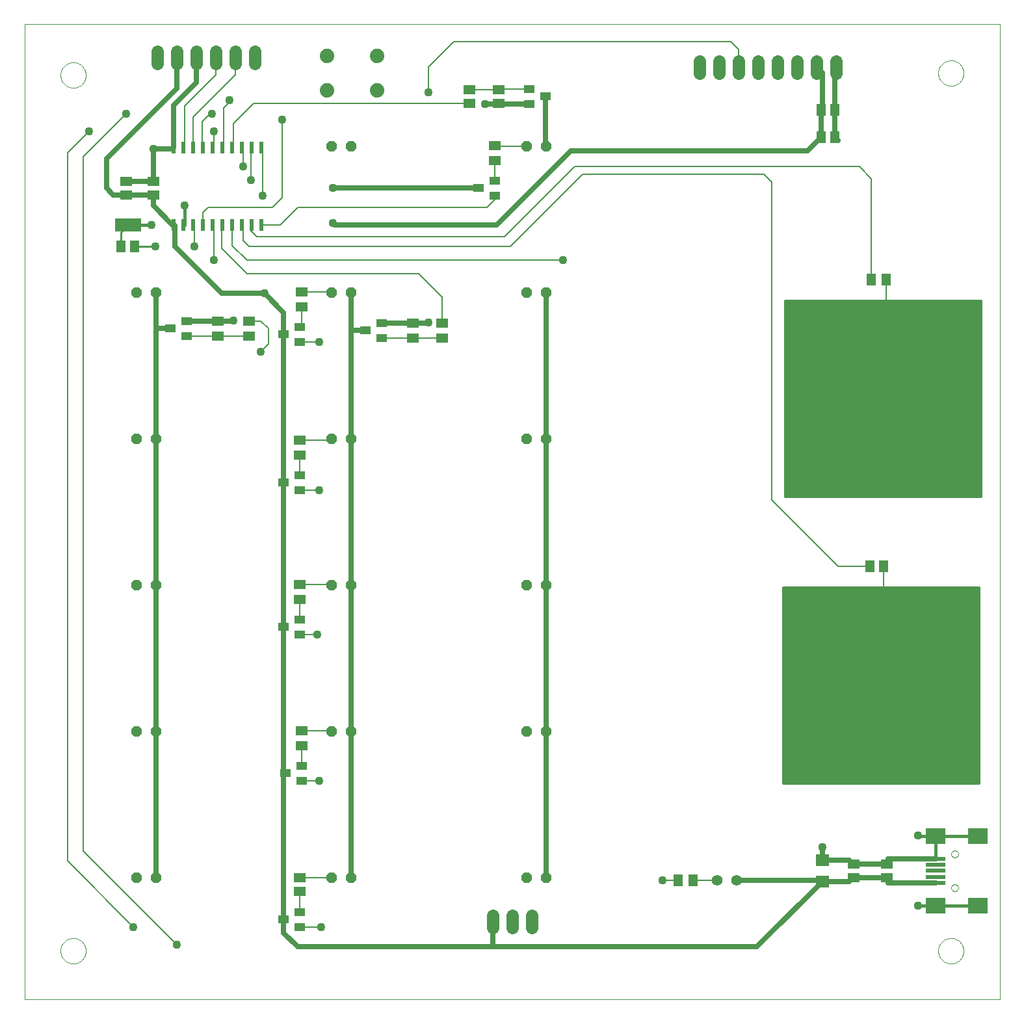
<source format=gtl>
G75*
G70*
%OFA0B0*%
%FSLAX24Y24*%
%IPPOS*%
%LPD*%
%AMOC8*
5,1,8,0,0,1.08239X$1,22.5*
%
%ADD10C,0.0000*%
%ADD11R,0.0236X0.0591*%
%ADD12OC8,0.0560*%
%ADD13R,0.0591X0.0512*%
%ADD14R,0.0630X0.0512*%
%ADD15R,0.0551X0.0394*%
%ADD16C,0.0640*%
%ADD17C,0.0555*%
%ADD18R,0.0512X0.0630*%
%ADD19R,0.0984X0.0197*%
%ADD20R,0.0984X0.0787*%
%ADD21C,0.0740*%
%ADD22R,0.0512X0.0591*%
%ADD23R,0.0709X0.0630*%
%ADD24R,0.1339X0.0709*%
%ADD25C,0.0250*%
%ADD26C,0.0080*%
%ADD27C,0.0436*%
%ADD28C,0.0160*%
%ADD29C,0.0100*%
D10*
X000101Y000101D02*
X000101Y050101D01*
X050101Y050101D01*
X050101Y000101D01*
X000101Y000101D01*
X001951Y002601D02*
X001953Y002651D01*
X001959Y002701D01*
X001969Y002751D01*
X001982Y002799D01*
X001999Y002847D01*
X002020Y002893D01*
X002044Y002937D01*
X002072Y002979D01*
X002103Y003019D01*
X002137Y003056D01*
X002174Y003091D01*
X002213Y003122D01*
X002254Y003151D01*
X002298Y003176D01*
X002344Y003198D01*
X002391Y003216D01*
X002439Y003230D01*
X002488Y003241D01*
X002538Y003248D01*
X002588Y003251D01*
X002639Y003250D01*
X002689Y003245D01*
X002739Y003236D01*
X002787Y003224D01*
X002835Y003207D01*
X002881Y003187D01*
X002926Y003164D01*
X002969Y003137D01*
X003009Y003107D01*
X003047Y003074D01*
X003082Y003038D01*
X003115Y002999D01*
X003144Y002958D01*
X003170Y002915D01*
X003193Y002870D01*
X003212Y002823D01*
X003227Y002775D01*
X003239Y002726D01*
X003247Y002676D01*
X003251Y002626D01*
X003251Y002576D01*
X003247Y002526D01*
X003239Y002476D01*
X003227Y002427D01*
X003212Y002379D01*
X003193Y002332D01*
X003170Y002287D01*
X003144Y002244D01*
X003115Y002203D01*
X003082Y002164D01*
X003047Y002128D01*
X003009Y002095D01*
X002969Y002065D01*
X002926Y002038D01*
X002881Y002015D01*
X002835Y001995D01*
X002787Y001978D01*
X002739Y001966D01*
X002689Y001957D01*
X002639Y001952D01*
X002588Y001951D01*
X002538Y001954D01*
X002488Y001961D01*
X002439Y001972D01*
X002391Y001986D01*
X002344Y002004D01*
X002298Y002026D01*
X002254Y002051D01*
X002213Y002080D01*
X002174Y002111D01*
X002137Y002146D01*
X002103Y002183D01*
X002072Y002223D01*
X002044Y002265D01*
X002020Y002309D01*
X001999Y002355D01*
X001982Y002403D01*
X001969Y002451D01*
X001959Y002501D01*
X001953Y002551D01*
X001951Y002601D01*
X001951Y047501D02*
X001953Y047551D01*
X001959Y047601D01*
X001969Y047651D01*
X001982Y047699D01*
X001999Y047747D01*
X002020Y047793D01*
X002044Y047837D01*
X002072Y047879D01*
X002103Y047919D01*
X002137Y047956D01*
X002174Y047991D01*
X002213Y048022D01*
X002254Y048051D01*
X002298Y048076D01*
X002344Y048098D01*
X002391Y048116D01*
X002439Y048130D01*
X002488Y048141D01*
X002538Y048148D01*
X002588Y048151D01*
X002639Y048150D01*
X002689Y048145D01*
X002739Y048136D01*
X002787Y048124D01*
X002835Y048107D01*
X002881Y048087D01*
X002926Y048064D01*
X002969Y048037D01*
X003009Y048007D01*
X003047Y047974D01*
X003082Y047938D01*
X003115Y047899D01*
X003144Y047858D01*
X003170Y047815D01*
X003193Y047770D01*
X003212Y047723D01*
X003227Y047675D01*
X003239Y047626D01*
X003247Y047576D01*
X003251Y047526D01*
X003251Y047476D01*
X003247Y047426D01*
X003239Y047376D01*
X003227Y047327D01*
X003212Y047279D01*
X003193Y047232D01*
X003170Y047187D01*
X003144Y047144D01*
X003115Y047103D01*
X003082Y047064D01*
X003047Y047028D01*
X003009Y046995D01*
X002969Y046965D01*
X002926Y046938D01*
X002881Y046915D01*
X002835Y046895D01*
X002787Y046878D01*
X002739Y046866D01*
X002689Y046857D01*
X002639Y046852D01*
X002588Y046851D01*
X002538Y046854D01*
X002488Y046861D01*
X002439Y046872D01*
X002391Y046886D01*
X002344Y046904D01*
X002298Y046926D01*
X002254Y046951D01*
X002213Y046980D01*
X002174Y047011D01*
X002137Y047046D01*
X002103Y047083D01*
X002072Y047123D01*
X002044Y047165D01*
X002020Y047209D01*
X001999Y047255D01*
X001982Y047303D01*
X001969Y047351D01*
X001959Y047401D01*
X001953Y047451D01*
X001951Y047501D01*
X046951Y047601D02*
X046953Y047651D01*
X046959Y047701D01*
X046969Y047751D01*
X046982Y047799D01*
X046999Y047847D01*
X047020Y047893D01*
X047044Y047937D01*
X047072Y047979D01*
X047103Y048019D01*
X047137Y048056D01*
X047174Y048091D01*
X047213Y048122D01*
X047254Y048151D01*
X047298Y048176D01*
X047344Y048198D01*
X047391Y048216D01*
X047439Y048230D01*
X047488Y048241D01*
X047538Y048248D01*
X047588Y048251D01*
X047639Y048250D01*
X047689Y048245D01*
X047739Y048236D01*
X047787Y048224D01*
X047835Y048207D01*
X047881Y048187D01*
X047926Y048164D01*
X047969Y048137D01*
X048009Y048107D01*
X048047Y048074D01*
X048082Y048038D01*
X048115Y047999D01*
X048144Y047958D01*
X048170Y047915D01*
X048193Y047870D01*
X048212Y047823D01*
X048227Y047775D01*
X048239Y047726D01*
X048247Y047676D01*
X048251Y047626D01*
X048251Y047576D01*
X048247Y047526D01*
X048239Y047476D01*
X048227Y047427D01*
X048212Y047379D01*
X048193Y047332D01*
X048170Y047287D01*
X048144Y047244D01*
X048115Y047203D01*
X048082Y047164D01*
X048047Y047128D01*
X048009Y047095D01*
X047969Y047065D01*
X047926Y047038D01*
X047881Y047015D01*
X047835Y046995D01*
X047787Y046978D01*
X047739Y046966D01*
X047689Y046957D01*
X047639Y046952D01*
X047588Y046951D01*
X047538Y046954D01*
X047488Y046961D01*
X047439Y046972D01*
X047391Y046986D01*
X047344Y047004D01*
X047298Y047026D01*
X047254Y047051D01*
X047213Y047080D01*
X047174Y047111D01*
X047137Y047146D01*
X047103Y047183D01*
X047072Y047223D01*
X047044Y047265D01*
X047020Y047309D01*
X046999Y047355D01*
X046982Y047403D01*
X046969Y047451D01*
X046959Y047501D01*
X046953Y047551D01*
X046951Y047601D01*
X047624Y007567D02*
X047626Y007593D01*
X047632Y007619D01*
X047642Y007644D01*
X047655Y007667D01*
X047671Y007687D01*
X047691Y007705D01*
X047713Y007720D01*
X047736Y007732D01*
X047762Y007740D01*
X047788Y007744D01*
X047814Y007744D01*
X047840Y007740D01*
X047866Y007732D01*
X047890Y007720D01*
X047911Y007705D01*
X047931Y007687D01*
X047947Y007667D01*
X047960Y007644D01*
X047970Y007619D01*
X047976Y007593D01*
X047978Y007567D01*
X047976Y007541D01*
X047970Y007515D01*
X047960Y007490D01*
X047947Y007467D01*
X047931Y007447D01*
X047911Y007429D01*
X047889Y007414D01*
X047866Y007402D01*
X047840Y007394D01*
X047814Y007390D01*
X047788Y007390D01*
X047762Y007394D01*
X047736Y007402D01*
X047712Y007414D01*
X047691Y007429D01*
X047671Y007447D01*
X047655Y007467D01*
X047642Y007490D01*
X047632Y007515D01*
X047626Y007541D01*
X047624Y007567D01*
X047624Y005835D02*
X047626Y005861D01*
X047632Y005887D01*
X047642Y005912D01*
X047655Y005935D01*
X047671Y005955D01*
X047691Y005973D01*
X047713Y005988D01*
X047736Y006000D01*
X047762Y006008D01*
X047788Y006012D01*
X047814Y006012D01*
X047840Y006008D01*
X047866Y006000D01*
X047890Y005988D01*
X047911Y005973D01*
X047931Y005955D01*
X047947Y005935D01*
X047960Y005912D01*
X047970Y005887D01*
X047976Y005861D01*
X047978Y005835D01*
X047976Y005809D01*
X047970Y005783D01*
X047960Y005758D01*
X047947Y005735D01*
X047931Y005715D01*
X047911Y005697D01*
X047889Y005682D01*
X047866Y005670D01*
X047840Y005662D01*
X047814Y005658D01*
X047788Y005658D01*
X047762Y005662D01*
X047736Y005670D01*
X047712Y005682D01*
X047691Y005697D01*
X047671Y005715D01*
X047655Y005735D01*
X047642Y005758D01*
X047632Y005783D01*
X047626Y005809D01*
X047624Y005835D01*
X046951Y002601D02*
X046953Y002651D01*
X046959Y002701D01*
X046969Y002751D01*
X046982Y002799D01*
X046999Y002847D01*
X047020Y002893D01*
X047044Y002937D01*
X047072Y002979D01*
X047103Y003019D01*
X047137Y003056D01*
X047174Y003091D01*
X047213Y003122D01*
X047254Y003151D01*
X047298Y003176D01*
X047344Y003198D01*
X047391Y003216D01*
X047439Y003230D01*
X047488Y003241D01*
X047538Y003248D01*
X047588Y003251D01*
X047639Y003250D01*
X047689Y003245D01*
X047739Y003236D01*
X047787Y003224D01*
X047835Y003207D01*
X047881Y003187D01*
X047926Y003164D01*
X047969Y003137D01*
X048009Y003107D01*
X048047Y003074D01*
X048082Y003038D01*
X048115Y002999D01*
X048144Y002958D01*
X048170Y002915D01*
X048193Y002870D01*
X048212Y002823D01*
X048227Y002775D01*
X048239Y002726D01*
X048247Y002676D01*
X048251Y002626D01*
X048251Y002576D01*
X048247Y002526D01*
X048239Y002476D01*
X048227Y002427D01*
X048212Y002379D01*
X048193Y002332D01*
X048170Y002287D01*
X048144Y002244D01*
X048115Y002203D01*
X048082Y002164D01*
X048047Y002128D01*
X048009Y002095D01*
X047969Y002065D01*
X047926Y002038D01*
X047881Y002015D01*
X047835Y001995D01*
X047787Y001978D01*
X047739Y001966D01*
X047689Y001957D01*
X047639Y001952D01*
X047588Y001951D01*
X047538Y001954D01*
X047488Y001961D01*
X047439Y001972D01*
X047391Y001986D01*
X047344Y002004D01*
X047298Y002026D01*
X047254Y002051D01*
X047213Y002080D01*
X047174Y002111D01*
X047137Y002146D01*
X047103Y002183D01*
X047072Y002223D01*
X047044Y002265D01*
X047020Y002309D01*
X046999Y002355D01*
X046982Y002403D01*
X046969Y002451D01*
X046959Y002501D01*
X046953Y002551D01*
X046951Y002601D01*
D11*
X012251Y039832D03*
X011751Y039832D03*
X011251Y039832D03*
X010751Y039832D03*
X010251Y039832D03*
X009751Y039832D03*
X009251Y039832D03*
X008751Y039832D03*
X008251Y039832D03*
X007751Y039832D03*
X007751Y043769D03*
X008251Y043769D03*
X008751Y043769D03*
X009251Y043769D03*
X009751Y043769D03*
X010251Y043769D03*
X010751Y043769D03*
X011251Y043769D03*
X011751Y043769D03*
X012251Y043769D03*
D12*
X015851Y043851D03*
X016851Y043851D03*
X016851Y036351D03*
X015851Y036351D03*
X015851Y028851D03*
X016851Y028851D03*
X016851Y021351D03*
X015851Y021351D03*
X015851Y013851D03*
X016851Y013851D03*
X016851Y006351D03*
X015851Y006351D03*
X006851Y006351D03*
X005851Y006351D03*
X005851Y013851D03*
X006851Y013851D03*
X006851Y021351D03*
X005851Y021351D03*
X005851Y028851D03*
X006851Y028851D03*
X006851Y036351D03*
X005851Y036351D03*
X025851Y036351D03*
X026851Y036351D03*
X026851Y043851D03*
X025851Y043851D03*
X025851Y028851D03*
X026851Y028851D03*
X026851Y021351D03*
X025851Y021351D03*
X025851Y013851D03*
X026851Y013851D03*
X026851Y006351D03*
X025851Y006351D03*
D13*
X014201Y006335D03*
X014201Y005666D03*
X042601Y006366D03*
X042601Y007035D03*
X044301Y007035D03*
X044301Y006366D03*
X006701Y041366D03*
X006701Y042035D03*
X005301Y042035D03*
X005301Y041366D03*
X022901Y046066D03*
X022901Y046735D03*
X024401Y046735D03*
X024401Y046066D03*
D14*
X024201Y043875D03*
X024201Y043127D03*
X021501Y034775D03*
X021501Y034027D03*
X020001Y034027D03*
X020001Y034775D03*
X014301Y035627D03*
X014301Y036375D03*
X011601Y034875D03*
X011601Y034127D03*
X010001Y034127D03*
X010001Y034875D03*
X014201Y028775D03*
X014201Y028027D03*
X014201Y021375D03*
X014201Y020627D03*
X014301Y013875D03*
X014301Y013127D03*
D15*
X014334Y012075D03*
X014334Y011327D03*
X013468Y011701D03*
X014234Y018827D03*
X014234Y019575D03*
X013368Y019201D03*
X014234Y026227D03*
X014234Y026975D03*
X013368Y026601D03*
X014234Y033827D03*
X014234Y034575D03*
X013368Y034201D03*
X017568Y034401D03*
X018434Y034775D03*
X018434Y034027D03*
X024234Y041327D03*
X024234Y042075D03*
X023368Y041701D03*
X025968Y046027D03*
X025968Y046775D03*
X026834Y046401D03*
X008434Y034875D03*
X007568Y034501D03*
X008434Y034127D03*
X014234Y004575D03*
X014234Y003827D03*
X013368Y004201D03*
D16*
X024101Y004421D02*
X024101Y003781D01*
X025101Y003781D02*
X025101Y004421D01*
X026101Y004421D02*
X026101Y003781D01*
X034701Y047581D02*
X034701Y048221D01*
X035701Y048221D02*
X035701Y047581D01*
X036701Y047581D02*
X036701Y048221D01*
X037701Y048221D02*
X037701Y047581D01*
X038701Y047581D02*
X038701Y048221D01*
X039701Y048221D02*
X039701Y047581D01*
X040701Y047581D02*
X040701Y048221D01*
X041701Y048221D02*
X041701Y047581D01*
X011901Y048081D02*
X011901Y048721D01*
X010901Y048721D02*
X010901Y048081D01*
X009901Y048081D02*
X009901Y048721D01*
X008901Y048721D02*
X008901Y048081D01*
X007901Y048081D02*
X007901Y048721D01*
X006901Y048721D02*
X006901Y048081D01*
D17*
X035601Y006201D03*
X036601Y006201D03*
D18*
X034375Y006201D03*
X033627Y006201D03*
X043527Y037001D03*
X044275Y037001D03*
D19*
X046817Y007331D03*
X046817Y007016D03*
X046817Y006701D03*
X046817Y006386D03*
X046817Y006071D03*
D20*
X046817Y004929D03*
X048982Y004929D03*
X048982Y008472D03*
X046817Y008472D03*
D21*
X018181Y046711D03*
X018181Y048491D03*
X015621Y048491D03*
X015621Y046711D03*
D22*
X005735Y038701D03*
X005066Y038701D03*
X040966Y044301D03*
X041635Y044301D03*
X041635Y045701D03*
X040966Y045701D03*
X043466Y022301D03*
X044135Y022301D03*
D23*
X041001Y007252D03*
X041001Y006150D03*
D24*
X005401Y039801D03*
D25*
X005301Y041366D02*
X006701Y041366D01*
X006701Y040801D01*
X007669Y039832D01*
X007751Y039832D01*
X007801Y039782D01*
X007801Y038701D01*
X010201Y036301D01*
X012401Y036301D01*
X013368Y035334D01*
X013368Y034201D01*
X013368Y026601D01*
X013368Y019201D01*
X013368Y011801D01*
X013468Y011701D01*
X013368Y011601D01*
X013368Y004201D01*
X013368Y003534D01*
X014101Y002801D01*
X024201Y002801D01*
X024101Y002901D01*
X024101Y004101D01*
X024201Y002801D02*
X037652Y002801D01*
X041001Y006150D01*
X042384Y006150D01*
X042601Y006366D01*
X044301Y006366D01*
X044380Y006071D01*
X046817Y006071D01*
X046817Y007331D02*
X044380Y007331D01*
X044301Y007035D01*
X042601Y007035D01*
X042384Y007252D01*
X041001Y007252D01*
X041001Y007901D01*
X040950Y006201D02*
X041001Y006150D01*
X040950Y006201D02*
X036601Y006201D01*
X026851Y006351D02*
X026851Y013851D01*
X026851Y021351D01*
X026851Y028851D01*
X026851Y036351D01*
X024301Y039801D02*
X016001Y039801D01*
X015901Y039901D01*
X015901Y041701D02*
X023368Y041701D01*
X024301Y039801D02*
X028101Y043601D01*
X040266Y043601D01*
X040966Y044301D01*
X040966Y045701D01*
X041001Y045735D01*
X041001Y047601D01*
X040701Y047901D01*
X041635Y047835D02*
X041701Y047901D01*
X041635Y047835D02*
X041635Y045701D01*
X041635Y044301D01*
X041801Y044135D01*
X040966Y044301D02*
X040801Y044135D01*
X026834Y043868D02*
X026834Y046401D01*
X025968Y046027D02*
X023727Y046027D01*
X016851Y036351D02*
X016851Y034501D01*
X016951Y034401D01*
X017568Y034401D01*
X016851Y034501D02*
X016851Y028851D01*
X016851Y021351D01*
X016851Y013851D01*
X016851Y006351D01*
X006851Y006351D02*
X006851Y013851D01*
X006851Y021351D01*
X006851Y028851D01*
X006851Y034501D01*
X007568Y034501D01*
X008434Y034875D02*
X010001Y034875D01*
X010775Y034875D01*
X006851Y034501D02*
X006851Y036351D01*
X006701Y041366D02*
X004635Y041366D01*
X004301Y041701D01*
X004301Y043201D01*
X007901Y046801D01*
X007901Y048401D01*
X008901Y048401D02*
X008901Y047101D01*
X007751Y045951D01*
X007751Y043769D01*
X007682Y043701D01*
X006701Y043701D01*
X006701Y042035D01*
X005301Y042035D01*
X018434Y034775D02*
X020001Y034775D01*
X020775Y034775D01*
D26*
X020801Y034801D01*
X021501Y034775D02*
X021501Y036101D01*
X020301Y037301D01*
X011501Y037301D01*
X010201Y038601D01*
X010201Y039782D01*
X010251Y039832D01*
X009801Y039782D02*
X009751Y039832D01*
X009801Y039782D02*
X009801Y038001D01*
X010751Y038751D02*
X011501Y038001D01*
X027701Y038001D01*
X025001Y038701D02*
X011601Y038701D01*
X011301Y039001D01*
X011301Y039782D01*
X011251Y039832D01*
X011701Y039782D02*
X011701Y039501D01*
X012001Y039201D01*
X024701Y039201D01*
X028301Y042801D01*
X042901Y042801D01*
X043527Y042175D01*
X043527Y037001D01*
X044275Y037001D02*
X044275Y035627D01*
X044301Y035601D01*
X038401Y042001D02*
X038001Y042401D01*
X028701Y042401D01*
X025001Y038701D01*
X023801Y040701D02*
X014101Y040701D01*
X013201Y039801D01*
X012282Y039801D01*
X012251Y039832D01*
X011751Y039832D02*
X011701Y039782D01*
X010751Y039832D02*
X010751Y038751D01*
X009251Y039832D02*
X009251Y040451D01*
X009501Y040701D01*
X012801Y040701D01*
X013301Y041201D01*
X013301Y045201D01*
X011866Y046066D02*
X010801Y045001D01*
X010801Y043819D01*
X010751Y043769D01*
X010301Y043819D02*
X010251Y043769D01*
X010301Y043819D02*
X010301Y045801D01*
X010601Y046101D01*
X010601Y046201D01*
X009701Y045501D02*
X009601Y045501D01*
X009201Y045101D01*
X009201Y043819D01*
X009251Y043769D01*
X009751Y043769D02*
X009801Y043819D01*
X009801Y044601D01*
X008751Y045351D02*
X010901Y047501D01*
X010901Y048401D01*
X009901Y048401D02*
X009901Y047501D01*
X008301Y045901D01*
X008301Y043819D01*
X008251Y043769D01*
X008751Y043769D02*
X008751Y045351D01*
X011251Y043769D02*
X011301Y043719D01*
X011301Y042801D01*
X011701Y042101D02*
X011701Y043719D01*
X011751Y043769D01*
X012251Y043769D02*
X012301Y043719D01*
X012301Y041301D01*
X008801Y039782D02*
X008801Y038701D01*
X008801Y039782D02*
X008751Y039832D01*
X010801Y034901D02*
X010775Y034875D01*
X011601Y034875D02*
X012227Y034875D01*
X012601Y034501D01*
X012601Y033701D01*
X012201Y033301D01*
X011601Y034127D02*
X010001Y034127D01*
X008434Y034127D01*
X014234Y033827D02*
X015175Y033827D01*
X015201Y033801D01*
X014301Y034608D02*
X014234Y034575D01*
X014301Y034642D01*
X014301Y035627D01*
X014301Y036375D02*
X015827Y036375D01*
X015851Y036351D01*
X018434Y034027D02*
X020001Y034027D01*
X021501Y034027D01*
X015851Y028851D02*
X015775Y028775D01*
X014201Y028775D01*
X014201Y028027D02*
X014234Y027994D01*
X014234Y026975D01*
X014234Y026227D02*
X015175Y026227D01*
X015201Y026201D01*
X015827Y021375D02*
X014201Y021375D01*
X014201Y020627D02*
X014201Y019608D01*
X014234Y019575D01*
X014234Y018827D02*
X015075Y018827D01*
X015101Y018801D01*
X015851Y021351D02*
X015827Y021375D01*
X015827Y013875D02*
X014301Y013875D01*
X014301Y013127D02*
X014334Y013094D01*
X014334Y012075D01*
X014334Y011327D02*
X015175Y011327D01*
X015201Y011301D01*
X015851Y013851D02*
X015827Y013875D01*
X015851Y006351D02*
X015835Y006335D01*
X014201Y006335D01*
X014201Y005666D02*
X014234Y005633D01*
X014234Y004575D01*
X014234Y003827D02*
X015275Y003827D01*
X015301Y003801D01*
X007901Y002901D02*
X003101Y007701D01*
X003101Y043301D01*
X005301Y045501D01*
X003401Y044601D02*
X002301Y043501D01*
X002301Y007201D01*
X005675Y003827D01*
X032801Y006201D02*
X033627Y006201D01*
X034375Y006201D02*
X035601Y006201D01*
X044101Y020801D02*
X044135Y020835D01*
X044135Y022301D01*
X043466Y022301D02*
X041801Y022301D01*
X038401Y025701D01*
X038401Y042001D01*
X036701Y047901D02*
X036701Y048801D01*
X036301Y049201D01*
X022101Y049201D01*
X020801Y047901D01*
X020801Y046601D01*
X022901Y046735D02*
X024401Y046735D01*
X024440Y046775D01*
X025968Y046775D01*
X025968Y046027D02*
X024440Y046027D01*
X024401Y046066D01*
X023727Y046027D02*
X023701Y046001D01*
X022901Y046066D02*
X011866Y046066D01*
X023801Y040701D02*
X024234Y041134D01*
X024234Y041327D01*
X024234Y042075D02*
X024234Y043094D01*
X024201Y043127D01*
X024225Y043851D02*
X024201Y043875D01*
X024225Y043851D02*
X025851Y043851D01*
X026834Y043868D02*
X026851Y043851D01*
D27*
X023701Y046001D03*
X020801Y046601D03*
X015901Y041701D03*
X015901Y039901D03*
X012301Y041301D03*
X011701Y042101D03*
X011301Y042801D03*
X009801Y044601D03*
X009701Y045501D03*
X010601Y046201D03*
X013301Y045201D03*
X008301Y040801D03*
X006601Y039801D03*
X006801Y038701D03*
X008801Y038701D03*
X009801Y038001D03*
X012401Y036301D03*
X010801Y034901D03*
X012201Y033301D03*
X015201Y033801D03*
X020801Y034801D03*
X027701Y038001D03*
X015201Y026201D03*
X015101Y018801D03*
X015201Y011301D03*
X015301Y003801D03*
X007901Y002901D03*
X005675Y003827D03*
X032801Y006201D03*
X041001Y007901D03*
X045901Y008501D03*
X045901Y004901D03*
X044101Y020801D03*
X044301Y035601D03*
X006701Y043701D03*
X005301Y045501D03*
X003401Y044601D03*
D28*
X005401Y039801D02*
X006601Y039801D01*
X008251Y039832D02*
X008301Y039832D01*
X008301Y040801D01*
X039101Y035901D02*
X039101Y025901D01*
X049101Y025901D01*
X049101Y035901D01*
X039101Y035901D01*
X039101Y035773D02*
X049101Y035773D01*
X049101Y035614D02*
X039101Y035614D01*
X039101Y035456D02*
X049101Y035456D01*
X049101Y035297D02*
X039101Y035297D01*
X039101Y035139D02*
X049101Y035139D01*
X049101Y034980D02*
X039101Y034980D01*
X039101Y034822D02*
X049101Y034822D01*
X049101Y034663D02*
X039101Y034663D01*
X039101Y034505D02*
X049101Y034505D01*
X049101Y034346D02*
X039101Y034346D01*
X039101Y034188D02*
X049101Y034188D01*
X049101Y034029D02*
X039101Y034029D01*
X039101Y033871D02*
X049101Y033871D01*
X049101Y033712D02*
X039101Y033712D01*
X039101Y033553D02*
X049101Y033553D01*
X049101Y033395D02*
X039101Y033395D01*
X039101Y033236D02*
X049101Y033236D01*
X049101Y033078D02*
X039101Y033078D01*
X039101Y032919D02*
X049101Y032919D01*
X049101Y032761D02*
X039101Y032761D01*
X039101Y032602D02*
X049101Y032602D01*
X049101Y032444D02*
X039101Y032444D01*
X039101Y032285D02*
X049101Y032285D01*
X049101Y032127D02*
X039101Y032127D01*
X039101Y031968D02*
X049101Y031968D01*
X049101Y031809D02*
X039101Y031809D01*
X039101Y031651D02*
X049101Y031651D01*
X049101Y031492D02*
X039101Y031492D01*
X039101Y031334D02*
X049101Y031334D01*
X049101Y031175D02*
X039101Y031175D01*
X039101Y031017D02*
X049101Y031017D01*
X049101Y030858D02*
X039101Y030858D01*
X039101Y030700D02*
X049101Y030700D01*
X049101Y030541D02*
X039101Y030541D01*
X039101Y030383D02*
X049101Y030383D01*
X049101Y030224D02*
X039101Y030224D01*
X039101Y030065D02*
X049101Y030065D01*
X049101Y029907D02*
X039101Y029907D01*
X039101Y029748D02*
X049101Y029748D01*
X049101Y029590D02*
X039101Y029590D01*
X039101Y029431D02*
X049101Y029431D01*
X049101Y029273D02*
X039101Y029273D01*
X039101Y029114D02*
X049101Y029114D01*
X049101Y028956D02*
X039101Y028956D01*
X039101Y028797D02*
X049101Y028797D01*
X049101Y028639D02*
X039101Y028639D01*
X039101Y028480D02*
X049101Y028480D01*
X049101Y028321D02*
X039101Y028321D01*
X039101Y028163D02*
X049101Y028163D01*
X049101Y028004D02*
X039101Y028004D01*
X039101Y027846D02*
X049101Y027846D01*
X049101Y027687D02*
X039101Y027687D01*
X039101Y027529D02*
X049101Y027529D01*
X049101Y027370D02*
X039101Y027370D01*
X039101Y027212D02*
X049101Y027212D01*
X049101Y027053D02*
X039101Y027053D01*
X039101Y026895D02*
X049101Y026895D01*
X049101Y026736D02*
X039101Y026736D01*
X039101Y026578D02*
X049101Y026578D01*
X049101Y026419D02*
X039101Y026419D01*
X039101Y026260D02*
X049101Y026260D01*
X049101Y026102D02*
X039101Y026102D01*
X039101Y025943D02*
X049101Y025943D01*
X049001Y021201D02*
X049001Y011201D01*
X039001Y011201D01*
X039001Y021201D01*
X049001Y021201D01*
X049001Y021187D02*
X039001Y021187D01*
X039001Y021029D02*
X049001Y021029D01*
X049001Y020870D02*
X039001Y020870D01*
X039001Y020711D02*
X049001Y020711D01*
X049001Y020553D02*
X039001Y020553D01*
X039001Y020394D02*
X049001Y020394D01*
X049001Y020236D02*
X039001Y020236D01*
X039001Y020077D02*
X049001Y020077D01*
X049001Y019919D02*
X039001Y019919D01*
X039001Y019760D02*
X049001Y019760D01*
X049001Y019602D02*
X039001Y019602D01*
X039001Y019443D02*
X049001Y019443D01*
X049001Y019285D02*
X039001Y019285D01*
X039001Y019126D02*
X049001Y019126D01*
X049001Y018967D02*
X039001Y018967D01*
X039001Y018809D02*
X049001Y018809D01*
X049001Y018650D02*
X039001Y018650D01*
X039001Y018492D02*
X049001Y018492D01*
X049001Y018333D02*
X039001Y018333D01*
X039001Y018175D02*
X049001Y018175D01*
X049001Y018016D02*
X039001Y018016D01*
X039001Y017858D02*
X049001Y017858D01*
X049001Y017699D02*
X039001Y017699D01*
X039001Y017541D02*
X049001Y017541D01*
X049001Y017382D02*
X039001Y017382D01*
X039001Y017223D02*
X049001Y017223D01*
X049001Y017065D02*
X039001Y017065D01*
X039001Y016906D02*
X049001Y016906D01*
X049001Y016748D02*
X039001Y016748D01*
X039001Y016589D02*
X049001Y016589D01*
X049001Y016431D02*
X039001Y016431D01*
X039001Y016272D02*
X049001Y016272D01*
X049001Y016114D02*
X039001Y016114D01*
X039001Y015955D02*
X049001Y015955D01*
X049001Y015797D02*
X039001Y015797D01*
X039001Y015638D02*
X049001Y015638D01*
X049001Y015479D02*
X039001Y015479D01*
X039001Y015321D02*
X049001Y015321D01*
X049001Y015162D02*
X039001Y015162D01*
X039001Y015004D02*
X049001Y015004D01*
X049001Y014845D02*
X039001Y014845D01*
X039001Y014687D02*
X049001Y014687D01*
X049001Y014528D02*
X039001Y014528D01*
X039001Y014370D02*
X049001Y014370D01*
X049001Y014211D02*
X039001Y014211D01*
X039001Y014053D02*
X049001Y014053D01*
X049001Y013894D02*
X039001Y013894D01*
X039001Y013736D02*
X049001Y013736D01*
X049001Y013577D02*
X039001Y013577D01*
X039001Y013418D02*
X049001Y013418D01*
X049001Y013260D02*
X039001Y013260D01*
X039001Y013101D02*
X049001Y013101D01*
X049001Y012943D02*
X039001Y012943D01*
X039001Y012784D02*
X049001Y012784D01*
X049001Y012626D02*
X039001Y012626D01*
X039001Y012467D02*
X049001Y012467D01*
X049001Y012309D02*
X039001Y012309D01*
X039001Y012150D02*
X049001Y012150D01*
X049001Y011992D02*
X039001Y011992D01*
X039001Y011833D02*
X049001Y011833D01*
X049001Y011674D02*
X039001Y011674D01*
X039001Y011516D02*
X049001Y011516D01*
X049001Y011357D02*
X039001Y011357D01*
X045901Y008501D02*
X045901Y008472D01*
X046817Y008472D01*
X046817Y007331D01*
X046817Y008472D02*
X048982Y008472D01*
X048982Y004929D02*
X046817Y004929D01*
X045901Y004929D01*
X045901Y004901D01*
D29*
X006801Y038701D02*
X005735Y038701D01*
X005066Y038701D02*
X005066Y039466D01*
X005401Y039801D01*
X010701Y043819D02*
X010751Y043769D01*
M02*

</source>
